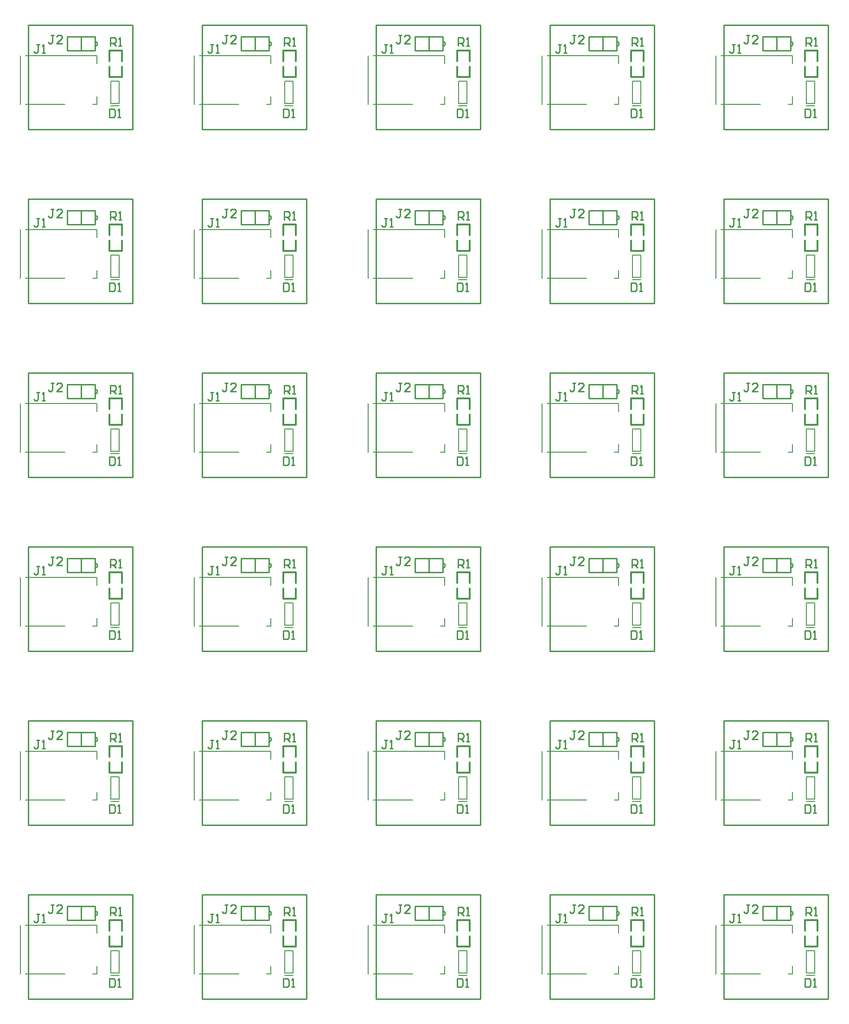
<source format=gto>
G04*
G04 #@! TF.GenerationSoftware,Altium Limited,Altium Designer,20.0.13 (296)*
G04*
G04 Layer_Color=65535*
%FSLAX25Y25*%
%MOIN*%
G70*
G01*
G75*
%ADD12C,0.01000*%
%ADD18C,0.00800*%
%ADD19C,0.00500*%
%ADD20C,0.01200*%
D12*
X48000Y59732D02*
G03*
X48000Y63268I0J1768D01*
G01*
X28000Y56500D02*
Y66500D01*
X48000Y56500D02*
Y66500D01*
X38000Y56500D02*
Y66500D01*
X28000Y56500D02*
X48000D01*
X28000Y66500D02*
X48000D01*
X18500Y67499D02*
X16501D01*
X17501D01*
Y62501D01*
X16501Y61501D01*
X15501D01*
X14502Y62501D01*
X24498Y61501D02*
X20500D01*
X24498Y65500D01*
Y66499D01*
X23499Y67499D01*
X21499D01*
X20500Y66499D01*
X8000Y60999D02*
X6001D01*
X7000D01*
Y56001D01*
X6001Y55001D01*
X5001D01*
X4001Y56001D01*
X9999Y55001D02*
X11999D01*
X10999D01*
Y60999D01*
X9999Y59999D01*
X58501Y14499D02*
Y8501D01*
X61500D01*
X62500Y9501D01*
Y13499D01*
X61500Y14499D01*
X58501D01*
X64499Y8501D02*
X66499D01*
X65499D01*
Y14499D01*
X64499Y13499D01*
X58900Y60100D02*
Y66098D01*
X61899D01*
X62899Y65098D01*
Y63099D01*
X61899Y62099D01*
X58900D01*
X60899D02*
X62899Y60100D01*
X64898D02*
X66897D01*
X65898D01*
Y66098D01*
X64898Y65098D01*
X173000Y59732D02*
G03*
X173000Y63268I0J1768D01*
G01*
X153000Y56500D02*
Y66500D01*
X173000Y56500D02*
Y66500D01*
X163000Y56500D02*
Y66500D01*
X153000Y56500D02*
X173000D01*
X153000Y66500D02*
X173000D01*
X143500Y67499D02*
X141501D01*
X142501D01*
Y62501D01*
X141501Y61501D01*
X140501D01*
X139502Y62501D01*
X149498Y61501D02*
X145500D01*
X149498Y65500D01*
Y66499D01*
X148499Y67499D01*
X146499D01*
X145500Y66499D01*
X133000Y60999D02*
X131001D01*
X132000D01*
Y56001D01*
X131001Y55001D01*
X130001D01*
X129001Y56001D01*
X134999Y55001D02*
X136999D01*
X135999D01*
Y60999D01*
X134999Y59999D01*
X183501Y14499D02*
Y8501D01*
X186500D01*
X187500Y9501D01*
Y13499D01*
X186500Y14499D01*
X183501D01*
X189499Y8501D02*
X191499D01*
X190499D01*
Y14499D01*
X189499Y13499D01*
X183900Y60100D02*
Y66098D01*
X186899D01*
X187899Y65098D01*
Y63099D01*
X186899Y62099D01*
X183900D01*
X185899D02*
X187899Y60100D01*
X189898D02*
X191897D01*
X190898D01*
Y66098D01*
X189898Y65098D01*
X298000Y59732D02*
G03*
X298000Y63268I0J1768D01*
G01*
X278000Y56500D02*
Y66500D01*
X298000Y56500D02*
Y66500D01*
X288000Y56500D02*
Y66500D01*
X278000Y56500D02*
X298000D01*
X278000Y66500D02*
X298000D01*
X268500Y67499D02*
X266501D01*
X267501D01*
Y62501D01*
X266501Y61501D01*
X265501D01*
X264502Y62501D01*
X274498Y61501D02*
X270500D01*
X274498Y65500D01*
Y66499D01*
X273499Y67499D01*
X271499D01*
X270500Y66499D01*
X258000Y60999D02*
X256001D01*
X257000D01*
Y56001D01*
X256001Y55001D01*
X255001D01*
X254001Y56001D01*
X259999Y55001D02*
X261999D01*
X260999D01*
Y60999D01*
X259999Y59999D01*
X308501Y14499D02*
Y8501D01*
X311500D01*
X312500Y9501D01*
Y13499D01*
X311500Y14499D01*
X308501D01*
X314499Y8501D02*
X316499D01*
X315499D01*
Y14499D01*
X314499Y13499D01*
X308900Y60100D02*
Y66098D01*
X311899D01*
X312899Y65098D01*
Y63099D01*
X311899Y62099D01*
X308900D01*
X310899D02*
X312899Y60100D01*
X314898D02*
X316897D01*
X315898D01*
Y66098D01*
X314898Y65098D01*
X423000Y59732D02*
G03*
X423000Y63268I0J1768D01*
G01*
X403000Y56500D02*
Y66500D01*
X423000Y56500D02*
Y66500D01*
X413000Y56500D02*
Y66500D01*
X403000Y56500D02*
X423000D01*
X403000Y66500D02*
X423000D01*
X393500Y67499D02*
X391501D01*
X392501D01*
Y62501D01*
X391501Y61501D01*
X390501D01*
X389502Y62501D01*
X399498Y61501D02*
X395500D01*
X399498Y65500D01*
Y66499D01*
X398499Y67499D01*
X396499D01*
X395500Y66499D01*
X383000Y60999D02*
X381001D01*
X382000D01*
Y56001D01*
X381001Y55001D01*
X380001D01*
X379001Y56001D01*
X384999Y55001D02*
X386999D01*
X385999D01*
Y60999D01*
X384999Y59999D01*
X433501Y14499D02*
Y8501D01*
X436500D01*
X437500Y9501D01*
Y13499D01*
X436500Y14499D01*
X433501D01*
X439499Y8501D02*
X441499D01*
X440499D01*
Y14499D01*
X439499Y13499D01*
X433900Y60100D02*
Y66098D01*
X436899D01*
X437899Y65098D01*
Y63099D01*
X436899Y62099D01*
X433900D01*
X435899D02*
X437899Y60100D01*
X439898D02*
X441897D01*
X440898D01*
Y66098D01*
X439898Y65098D01*
X548000Y59732D02*
G03*
X548000Y63268I0J1768D01*
G01*
X528000Y56500D02*
Y66500D01*
X548000Y56500D02*
Y66500D01*
X538000Y56500D02*
Y66500D01*
X528000Y56500D02*
X548000D01*
X528000Y66500D02*
X548000D01*
X518500Y67499D02*
X516501D01*
X517501D01*
Y62501D01*
X516501Y61501D01*
X515501D01*
X514502Y62501D01*
X524498Y61501D02*
X520500D01*
X524498Y65500D01*
Y66499D01*
X523499Y67499D01*
X521499D01*
X520500Y66499D01*
X508000Y60999D02*
X506001D01*
X507000D01*
Y56001D01*
X506001Y55001D01*
X505001D01*
X504001Y56001D01*
X509999Y55001D02*
X511999D01*
X510999D01*
Y60999D01*
X509999Y59999D01*
X558501Y14499D02*
Y8501D01*
X561500D01*
X562500Y9501D01*
Y13499D01*
X561500Y14499D01*
X558501D01*
X564499Y8501D02*
X566499D01*
X565499D01*
Y14499D01*
X564499Y13499D01*
X558900Y60100D02*
Y66098D01*
X561899D01*
X562899Y65098D01*
Y63099D01*
X561899Y62099D01*
X558900D01*
X560899D02*
X562899Y60100D01*
X564898D02*
X566897D01*
X565898D01*
Y66098D01*
X564898Y65098D01*
X48000Y184732D02*
G03*
X48000Y188268I0J1768D01*
G01*
X28000Y181500D02*
Y191500D01*
X48000Y181500D02*
Y191500D01*
X38000Y181500D02*
Y191500D01*
X28000Y181500D02*
X48000D01*
X28000Y191500D02*
X48000D01*
X18500Y192499D02*
X16501D01*
X17501D01*
Y187501D01*
X16501Y186501D01*
X15501D01*
X14502Y187501D01*
X24498Y186501D02*
X20500D01*
X24498Y190500D01*
Y191499D01*
X23499Y192499D01*
X21499D01*
X20500Y191499D01*
X8000Y185999D02*
X6001D01*
X7000D01*
Y181001D01*
X6001Y180001D01*
X5001D01*
X4001Y181001D01*
X9999Y180001D02*
X11999D01*
X10999D01*
Y185999D01*
X9999Y184999D01*
X58501Y139499D02*
Y133501D01*
X61500D01*
X62500Y134501D01*
Y138499D01*
X61500Y139499D01*
X58501D01*
X64499Y133501D02*
X66499D01*
X65499D01*
Y139499D01*
X64499Y138499D01*
X58900Y185100D02*
Y191098D01*
X61899D01*
X62899Y190098D01*
Y188099D01*
X61899Y187099D01*
X58900D01*
X60899D02*
X62899Y185100D01*
X64898D02*
X66897D01*
X65898D01*
Y191098D01*
X64898Y190098D01*
X173000Y184732D02*
G03*
X173000Y188268I0J1768D01*
G01*
X153000Y181500D02*
Y191500D01*
X173000Y181500D02*
Y191500D01*
X163000Y181500D02*
Y191500D01*
X153000Y181500D02*
X173000D01*
X153000Y191500D02*
X173000D01*
X143500Y192499D02*
X141501D01*
X142501D01*
Y187501D01*
X141501Y186501D01*
X140501D01*
X139502Y187501D01*
X149498Y186501D02*
X145500D01*
X149498Y190500D01*
Y191499D01*
X148499Y192499D01*
X146499D01*
X145500Y191499D01*
X133000Y185999D02*
X131001D01*
X132000D01*
Y181001D01*
X131001Y180001D01*
X130001D01*
X129001Y181001D01*
X134999Y180001D02*
X136999D01*
X135999D01*
Y185999D01*
X134999Y184999D01*
X183501Y139499D02*
Y133501D01*
X186500D01*
X187500Y134501D01*
Y138499D01*
X186500Y139499D01*
X183501D01*
X189499Y133501D02*
X191499D01*
X190499D01*
Y139499D01*
X189499Y138499D01*
X183900Y185100D02*
Y191098D01*
X186899D01*
X187899Y190098D01*
Y188099D01*
X186899Y187099D01*
X183900D01*
X185899D02*
X187899Y185100D01*
X189898D02*
X191897D01*
X190898D01*
Y191098D01*
X189898Y190098D01*
X298000Y184732D02*
G03*
X298000Y188268I0J1768D01*
G01*
X278000Y181500D02*
Y191500D01*
X298000Y181500D02*
Y191500D01*
X288000Y181500D02*
Y191500D01*
X278000Y181500D02*
X298000D01*
X278000Y191500D02*
X298000D01*
X268500Y192499D02*
X266501D01*
X267501D01*
Y187501D01*
X266501Y186501D01*
X265501D01*
X264502Y187501D01*
X274498Y186501D02*
X270500D01*
X274498Y190500D01*
Y191499D01*
X273499Y192499D01*
X271499D01*
X270500Y191499D01*
X258000Y185999D02*
X256001D01*
X257000D01*
Y181001D01*
X256001Y180001D01*
X255001D01*
X254001Y181001D01*
X259999Y180001D02*
X261999D01*
X260999D01*
Y185999D01*
X259999Y184999D01*
X308501Y139499D02*
Y133501D01*
X311500D01*
X312500Y134501D01*
Y138499D01*
X311500Y139499D01*
X308501D01*
X314499Y133501D02*
X316499D01*
X315499D01*
Y139499D01*
X314499Y138499D01*
X308900Y185100D02*
Y191098D01*
X311899D01*
X312899Y190098D01*
Y188099D01*
X311899Y187099D01*
X308900D01*
X310899D02*
X312899Y185100D01*
X314898D02*
X316897D01*
X315898D01*
Y191098D01*
X314898Y190098D01*
X423000Y184732D02*
G03*
X423000Y188268I0J1768D01*
G01*
X403000Y181500D02*
Y191500D01*
X423000Y181500D02*
Y191500D01*
X413000Y181500D02*
Y191500D01*
X403000Y181500D02*
X423000D01*
X403000Y191500D02*
X423000D01*
X393500Y192499D02*
X391501D01*
X392501D01*
Y187501D01*
X391501Y186501D01*
X390501D01*
X389502Y187501D01*
X399498Y186501D02*
X395500D01*
X399498Y190500D01*
Y191499D01*
X398499Y192499D01*
X396499D01*
X395500Y191499D01*
X383000Y185999D02*
X381001D01*
X382000D01*
Y181001D01*
X381001Y180001D01*
X380001D01*
X379001Y181001D01*
X384999Y180001D02*
X386999D01*
X385999D01*
Y185999D01*
X384999Y184999D01*
X433501Y139499D02*
Y133501D01*
X436500D01*
X437500Y134501D01*
Y138499D01*
X436500Y139499D01*
X433501D01*
X439499Y133501D02*
X441499D01*
X440499D01*
Y139499D01*
X439499Y138499D01*
X433900Y185100D02*
Y191098D01*
X436899D01*
X437899Y190098D01*
Y188099D01*
X436899Y187099D01*
X433900D01*
X435899D02*
X437899Y185100D01*
X439898D02*
X441897D01*
X440898D01*
Y191098D01*
X439898Y190098D01*
X548000Y184732D02*
G03*
X548000Y188268I0J1768D01*
G01*
X528000Y181500D02*
Y191500D01*
X548000Y181500D02*
Y191500D01*
X538000Y181500D02*
Y191500D01*
X528000Y181500D02*
X548000D01*
X528000Y191500D02*
X548000D01*
X518500Y192499D02*
X516501D01*
X517501D01*
Y187501D01*
X516501Y186501D01*
X515501D01*
X514502Y187501D01*
X524498Y186501D02*
X520500D01*
X524498Y190500D01*
Y191499D01*
X523499Y192499D01*
X521499D01*
X520500Y191499D01*
X508000Y185999D02*
X506001D01*
X507000D01*
Y181001D01*
X506001Y180001D01*
X505001D01*
X504001Y181001D01*
X509999Y180001D02*
X511999D01*
X510999D01*
Y185999D01*
X509999Y184999D01*
X558501Y139499D02*
Y133501D01*
X561500D01*
X562500Y134501D01*
Y138499D01*
X561500Y139499D01*
X558501D01*
X564499Y133501D02*
X566499D01*
X565499D01*
Y139499D01*
X564499Y138499D01*
X558900Y185100D02*
Y191098D01*
X561899D01*
X562899Y190098D01*
Y188099D01*
X561899Y187099D01*
X558900D01*
X560899D02*
X562899Y185100D01*
X564898D02*
X566897D01*
X565898D01*
Y191098D01*
X564898Y190098D01*
X48000Y309732D02*
G03*
X48000Y313268I0J1768D01*
G01*
X28000Y306500D02*
Y316500D01*
X48000Y306500D02*
Y316500D01*
X38000Y306500D02*
Y316500D01*
X28000Y306500D02*
X48000D01*
X28000Y316500D02*
X48000D01*
X18500Y317499D02*
X16501D01*
X17501D01*
Y312501D01*
X16501Y311501D01*
X15501D01*
X14502Y312501D01*
X24498Y311501D02*
X20500D01*
X24498Y315500D01*
Y316499D01*
X23499Y317499D01*
X21499D01*
X20500Y316499D01*
X8000Y310999D02*
X6001D01*
X7000D01*
Y306001D01*
X6001Y305001D01*
X5001D01*
X4001Y306001D01*
X9999Y305001D02*
X11999D01*
X10999D01*
Y310999D01*
X9999Y309999D01*
X58501Y264499D02*
Y258501D01*
X61500D01*
X62500Y259501D01*
Y263499D01*
X61500Y264499D01*
X58501D01*
X64499Y258501D02*
X66499D01*
X65499D01*
Y264499D01*
X64499Y263499D01*
X58900Y310100D02*
Y316098D01*
X61899D01*
X62899Y315098D01*
Y313099D01*
X61899Y312099D01*
X58900D01*
X60899D02*
X62899Y310100D01*
X64898D02*
X66897D01*
X65898D01*
Y316098D01*
X64898Y315098D01*
X173000Y309732D02*
G03*
X173000Y313268I0J1768D01*
G01*
X153000Y306500D02*
Y316500D01*
X173000Y306500D02*
Y316500D01*
X163000Y306500D02*
Y316500D01*
X153000Y306500D02*
X173000D01*
X153000Y316500D02*
X173000D01*
X143500Y317499D02*
X141501D01*
X142501D01*
Y312501D01*
X141501Y311501D01*
X140501D01*
X139502Y312501D01*
X149498Y311501D02*
X145500D01*
X149498Y315500D01*
Y316499D01*
X148499Y317499D01*
X146499D01*
X145500Y316499D01*
X133000Y310999D02*
X131001D01*
X132000D01*
Y306001D01*
X131001Y305001D01*
X130001D01*
X129001Y306001D01*
X134999Y305001D02*
X136999D01*
X135999D01*
Y310999D01*
X134999Y309999D01*
X183501Y264499D02*
Y258501D01*
X186500D01*
X187500Y259501D01*
Y263499D01*
X186500Y264499D01*
X183501D01*
X189499Y258501D02*
X191499D01*
X190499D01*
Y264499D01*
X189499Y263499D01*
X183900Y310100D02*
Y316098D01*
X186899D01*
X187899Y315098D01*
Y313099D01*
X186899Y312099D01*
X183900D01*
X185899D02*
X187899Y310100D01*
X189898D02*
X191897D01*
X190898D01*
Y316098D01*
X189898Y315098D01*
X298000Y309732D02*
G03*
X298000Y313268I0J1768D01*
G01*
X278000Y306500D02*
Y316500D01*
X298000Y306500D02*
Y316500D01*
X288000Y306500D02*
Y316500D01*
X278000Y306500D02*
X298000D01*
X278000Y316500D02*
X298000D01*
X268500Y317499D02*
X266501D01*
X267501D01*
Y312501D01*
X266501Y311501D01*
X265501D01*
X264502Y312501D01*
X274498Y311501D02*
X270500D01*
X274498Y315500D01*
Y316499D01*
X273499Y317499D01*
X271499D01*
X270500Y316499D01*
X258000Y310999D02*
X256001D01*
X257000D01*
Y306001D01*
X256001Y305001D01*
X255001D01*
X254001Y306001D01*
X259999Y305001D02*
X261999D01*
X260999D01*
Y310999D01*
X259999Y309999D01*
X308501Y264499D02*
Y258501D01*
X311500D01*
X312500Y259501D01*
Y263499D01*
X311500Y264499D01*
X308501D01*
X314499Y258501D02*
X316499D01*
X315499D01*
Y264499D01*
X314499Y263499D01*
X308900Y310100D02*
Y316098D01*
X311899D01*
X312899Y315098D01*
Y313099D01*
X311899Y312099D01*
X308900D01*
X310899D02*
X312899Y310100D01*
X314898D02*
X316897D01*
X315898D01*
Y316098D01*
X314898Y315098D01*
X423000Y309732D02*
G03*
X423000Y313268I0J1768D01*
G01*
X403000Y306500D02*
Y316500D01*
X423000Y306500D02*
Y316500D01*
X413000Y306500D02*
Y316500D01*
X403000Y306500D02*
X423000D01*
X403000Y316500D02*
X423000D01*
X393500Y317499D02*
X391501D01*
X392501D01*
Y312501D01*
X391501Y311501D01*
X390501D01*
X389502Y312501D01*
X399498Y311501D02*
X395500D01*
X399498Y315500D01*
Y316499D01*
X398499Y317499D01*
X396499D01*
X395500Y316499D01*
X383000Y310999D02*
X381001D01*
X382000D01*
Y306001D01*
X381001Y305001D01*
X380001D01*
X379001Y306001D01*
X384999Y305001D02*
X386999D01*
X385999D01*
Y310999D01*
X384999Y309999D01*
X433501Y264499D02*
Y258501D01*
X436500D01*
X437500Y259501D01*
Y263499D01*
X436500Y264499D01*
X433501D01*
X439499Y258501D02*
X441499D01*
X440499D01*
Y264499D01*
X439499Y263499D01*
X433900Y310100D02*
Y316098D01*
X436899D01*
X437899Y315098D01*
Y313099D01*
X436899Y312099D01*
X433900D01*
X435899D02*
X437899Y310100D01*
X439898D02*
X441897D01*
X440898D01*
Y316098D01*
X439898Y315098D01*
X548000Y309732D02*
G03*
X548000Y313268I0J1768D01*
G01*
X528000Y306500D02*
Y316500D01*
X548000Y306500D02*
Y316500D01*
X538000Y306500D02*
Y316500D01*
X528000Y306500D02*
X548000D01*
X528000Y316500D02*
X548000D01*
X518500Y317499D02*
X516501D01*
X517501D01*
Y312501D01*
X516501Y311501D01*
X515501D01*
X514502Y312501D01*
X524498Y311501D02*
X520500D01*
X524498Y315500D01*
Y316499D01*
X523499Y317499D01*
X521499D01*
X520500Y316499D01*
X508000Y310999D02*
X506001D01*
X507000D01*
Y306001D01*
X506001Y305001D01*
X505001D01*
X504001Y306001D01*
X509999Y305001D02*
X511999D01*
X510999D01*
Y310999D01*
X509999Y309999D01*
X558501Y264499D02*
Y258501D01*
X561500D01*
X562500Y259501D01*
Y263499D01*
X561500Y264499D01*
X558501D01*
X564499Y258501D02*
X566499D01*
X565499D01*
Y264499D01*
X564499Y263499D01*
X558900Y310100D02*
Y316098D01*
X561899D01*
X562899Y315098D01*
Y313099D01*
X561899Y312099D01*
X558900D01*
X560899D02*
X562899Y310100D01*
X564898D02*
X566897D01*
X565898D01*
Y316098D01*
X564898Y315098D01*
X48000Y434732D02*
G03*
X48000Y438268I0J1768D01*
G01*
X28000Y431500D02*
Y441500D01*
X48000Y431500D02*
Y441500D01*
X38000Y431500D02*
Y441500D01*
X28000Y431500D02*
X48000D01*
X28000Y441500D02*
X48000D01*
X18500Y442499D02*
X16501D01*
X17501D01*
Y437501D01*
X16501Y436501D01*
X15501D01*
X14502Y437501D01*
X24498Y436501D02*
X20500D01*
X24498Y440500D01*
Y441499D01*
X23499Y442499D01*
X21499D01*
X20500Y441499D01*
X8000Y435999D02*
X6001D01*
X7000D01*
Y431001D01*
X6001Y430001D01*
X5001D01*
X4001Y431001D01*
X9999Y430001D02*
X11999D01*
X10999D01*
Y435999D01*
X9999Y434999D01*
X58501Y389499D02*
Y383501D01*
X61500D01*
X62500Y384501D01*
Y388499D01*
X61500Y389499D01*
X58501D01*
X64499Y383501D02*
X66499D01*
X65499D01*
Y389499D01*
X64499Y388499D01*
X58900Y435100D02*
Y441098D01*
X61899D01*
X62899Y440098D01*
Y438099D01*
X61899Y437099D01*
X58900D01*
X60899D02*
X62899Y435100D01*
X64898D02*
X66897D01*
X65898D01*
Y441098D01*
X64898Y440098D01*
X173000Y434732D02*
G03*
X173000Y438268I0J1768D01*
G01*
X153000Y431500D02*
Y441500D01*
X173000Y431500D02*
Y441500D01*
X163000Y431500D02*
Y441500D01*
X153000Y431500D02*
X173000D01*
X153000Y441500D02*
X173000D01*
X143500Y442499D02*
X141501D01*
X142501D01*
Y437501D01*
X141501Y436501D01*
X140501D01*
X139502Y437501D01*
X149498Y436501D02*
X145500D01*
X149498Y440500D01*
Y441499D01*
X148499Y442499D01*
X146499D01*
X145500Y441499D01*
X133000Y435999D02*
X131001D01*
X132000D01*
Y431001D01*
X131001Y430001D01*
X130001D01*
X129001Y431001D01*
X134999Y430001D02*
X136999D01*
X135999D01*
Y435999D01*
X134999Y434999D01*
X183501Y389499D02*
Y383501D01*
X186500D01*
X187500Y384501D01*
Y388499D01*
X186500Y389499D01*
X183501D01*
X189499Y383501D02*
X191499D01*
X190499D01*
Y389499D01*
X189499Y388499D01*
X183900Y435100D02*
Y441098D01*
X186899D01*
X187899Y440098D01*
Y438099D01*
X186899Y437099D01*
X183900D01*
X185899D02*
X187899Y435100D01*
X189898D02*
X191897D01*
X190898D01*
Y441098D01*
X189898Y440098D01*
X298000Y434732D02*
G03*
X298000Y438268I0J1768D01*
G01*
X278000Y431500D02*
Y441500D01*
X298000Y431500D02*
Y441500D01*
X288000Y431500D02*
Y441500D01*
X278000Y431500D02*
X298000D01*
X278000Y441500D02*
X298000D01*
X268500Y442499D02*
X266501D01*
X267501D01*
Y437501D01*
X266501Y436501D01*
X265501D01*
X264502Y437501D01*
X274498Y436501D02*
X270500D01*
X274498Y440500D01*
Y441499D01*
X273499Y442499D01*
X271499D01*
X270500Y441499D01*
X258000Y435999D02*
X256001D01*
X257000D01*
Y431001D01*
X256001Y430001D01*
X255001D01*
X254001Y431001D01*
X259999Y430001D02*
X261999D01*
X260999D01*
Y435999D01*
X259999Y434999D01*
X308501Y389499D02*
Y383501D01*
X311500D01*
X312500Y384501D01*
Y388499D01*
X311500Y389499D01*
X308501D01*
X314499Y383501D02*
X316499D01*
X315499D01*
Y389499D01*
X314499Y388499D01*
X308900Y435100D02*
Y441098D01*
X311899D01*
X312899Y440098D01*
Y438099D01*
X311899Y437099D01*
X308900D01*
X310899D02*
X312899Y435100D01*
X314898D02*
X316897D01*
X315898D01*
Y441098D01*
X314898Y440098D01*
X423000Y434732D02*
G03*
X423000Y438268I0J1768D01*
G01*
X403000Y431500D02*
Y441500D01*
X423000Y431500D02*
Y441500D01*
X413000Y431500D02*
Y441500D01*
X403000Y431500D02*
X423000D01*
X403000Y441500D02*
X423000D01*
X393500Y442499D02*
X391501D01*
X392501D01*
Y437501D01*
X391501Y436501D01*
X390501D01*
X389502Y437501D01*
X399498Y436501D02*
X395500D01*
X399498Y440500D01*
Y441499D01*
X398499Y442499D01*
X396499D01*
X395500Y441499D01*
X383000Y435999D02*
X381001D01*
X382000D01*
Y431001D01*
X381001Y430001D01*
X380001D01*
X379001Y431001D01*
X384999Y430001D02*
X386999D01*
X385999D01*
Y435999D01*
X384999Y434999D01*
X433501Y389499D02*
Y383501D01*
X436500D01*
X437500Y384501D01*
Y388499D01*
X436500Y389499D01*
X433501D01*
X439499Y383501D02*
X441499D01*
X440499D01*
Y389499D01*
X439499Y388499D01*
X433900Y435100D02*
Y441098D01*
X436899D01*
X437899Y440098D01*
Y438099D01*
X436899Y437099D01*
X433900D01*
X435899D02*
X437899Y435100D01*
X439898D02*
X441897D01*
X440898D01*
Y441098D01*
X439898Y440098D01*
X548000Y434732D02*
G03*
X548000Y438268I0J1768D01*
G01*
X528000Y431500D02*
Y441500D01*
X548000Y431500D02*
Y441500D01*
X538000Y431500D02*
Y441500D01*
X528000Y431500D02*
X548000D01*
X528000Y441500D02*
X548000D01*
X518500Y442499D02*
X516501D01*
X517501D01*
Y437501D01*
X516501Y436501D01*
X515501D01*
X514502Y437501D01*
X524498Y436501D02*
X520500D01*
X524498Y440500D01*
Y441499D01*
X523499Y442499D01*
X521499D01*
X520500Y441499D01*
X508000Y435999D02*
X506001D01*
X507000D01*
Y431001D01*
X506001Y430001D01*
X505001D01*
X504001Y431001D01*
X509999Y430001D02*
X511999D01*
X510999D01*
Y435999D01*
X509999Y434999D01*
X558501Y389499D02*
Y383501D01*
X561500D01*
X562500Y384501D01*
Y388499D01*
X561500Y389499D01*
X558501D01*
X564499Y383501D02*
X566499D01*
X565499D01*
Y389499D01*
X564499Y388499D01*
X558900Y435100D02*
Y441098D01*
X561899D01*
X562899Y440098D01*
Y438099D01*
X561899Y437099D01*
X558900D01*
X560899D02*
X562899Y435100D01*
X564898D02*
X566897D01*
X565898D01*
Y441098D01*
X564898Y440098D01*
X48000Y559732D02*
G03*
X48000Y563268I0J1768D01*
G01*
X28000Y556500D02*
Y566500D01*
X48000Y556500D02*
Y566500D01*
X38000Y556500D02*
Y566500D01*
X28000Y556500D02*
X48000D01*
X28000Y566500D02*
X48000D01*
X18500Y567499D02*
X16501D01*
X17501D01*
Y562501D01*
X16501Y561501D01*
X15501D01*
X14502Y562501D01*
X24498Y561501D02*
X20500D01*
X24498Y565500D01*
Y566499D01*
X23499Y567499D01*
X21499D01*
X20500Y566499D01*
X8000Y560999D02*
X6001D01*
X7000D01*
Y556001D01*
X6001Y555001D01*
X5001D01*
X4001Y556001D01*
X9999Y555001D02*
X11999D01*
X10999D01*
Y560999D01*
X9999Y559999D01*
X58501Y514499D02*
Y508501D01*
X61500D01*
X62500Y509501D01*
Y513499D01*
X61500Y514499D01*
X58501D01*
X64499Y508501D02*
X66499D01*
X65499D01*
Y514499D01*
X64499Y513499D01*
X58900Y560100D02*
Y566098D01*
X61899D01*
X62899Y565098D01*
Y563099D01*
X61899Y562099D01*
X58900D01*
X60899D02*
X62899Y560100D01*
X64898D02*
X66897D01*
X65898D01*
Y566098D01*
X64898Y565098D01*
X173000Y559732D02*
G03*
X173000Y563268I0J1768D01*
G01*
X153000Y556500D02*
Y566500D01*
X173000Y556500D02*
Y566500D01*
X163000Y556500D02*
Y566500D01*
X153000Y556500D02*
X173000D01*
X153000Y566500D02*
X173000D01*
X143500Y567499D02*
X141501D01*
X142501D01*
Y562501D01*
X141501Y561501D01*
X140501D01*
X139502Y562501D01*
X149498Y561501D02*
X145500D01*
X149498Y565500D01*
Y566499D01*
X148499Y567499D01*
X146499D01*
X145500Y566499D01*
X133000Y560999D02*
X131001D01*
X132000D01*
Y556001D01*
X131001Y555001D01*
X130001D01*
X129001Y556001D01*
X134999Y555001D02*
X136999D01*
X135999D01*
Y560999D01*
X134999Y559999D01*
X183501Y514499D02*
Y508501D01*
X186500D01*
X187500Y509501D01*
Y513499D01*
X186500Y514499D01*
X183501D01*
X189499Y508501D02*
X191499D01*
X190499D01*
Y514499D01*
X189499Y513499D01*
X183900Y560100D02*
Y566098D01*
X186899D01*
X187899Y565098D01*
Y563099D01*
X186899Y562099D01*
X183900D01*
X185899D02*
X187899Y560100D01*
X189898D02*
X191897D01*
X190898D01*
Y566098D01*
X189898Y565098D01*
X298000Y559732D02*
G03*
X298000Y563268I0J1768D01*
G01*
X278000Y556500D02*
Y566500D01*
X298000Y556500D02*
Y566500D01*
X288000Y556500D02*
Y566500D01*
X278000Y556500D02*
X298000D01*
X278000Y566500D02*
X298000D01*
X268500Y567499D02*
X266501D01*
X267501D01*
Y562501D01*
X266501Y561501D01*
X265501D01*
X264502Y562501D01*
X274498Y561501D02*
X270500D01*
X274498Y565500D01*
Y566499D01*
X273499Y567499D01*
X271499D01*
X270500Y566499D01*
X258000Y560999D02*
X256001D01*
X257000D01*
Y556001D01*
X256001Y555001D01*
X255001D01*
X254001Y556001D01*
X259999Y555001D02*
X261999D01*
X260999D01*
Y560999D01*
X259999Y559999D01*
X308501Y514499D02*
Y508501D01*
X311500D01*
X312500Y509501D01*
Y513499D01*
X311500Y514499D01*
X308501D01*
X314499Y508501D02*
X316499D01*
X315499D01*
Y514499D01*
X314499Y513499D01*
X308900Y560100D02*
Y566098D01*
X311899D01*
X312899Y565098D01*
Y563099D01*
X311899Y562099D01*
X308900D01*
X310899D02*
X312899Y560100D01*
X314898D02*
X316897D01*
X315898D01*
Y566098D01*
X314898Y565098D01*
X423000Y559732D02*
G03*
X423000Y563268I0J1768D01*
G01*
X403000Y556500D02*
Y566500D01*
X423000Y556500D02*
Y566500D01*
X413000Y556500D02*
Y566500D01*
X403000Y556500D02*
X423000D01*
X403000Y566500D02*
X423000D01*
X393500Y567499D02*
X391501D01*
X392501D01*
Y562501D01*
X391501Y561501D01*
X390501D01*
X389502Y562501D01*
X399498Y561501D02*
X395500D01*
X399498Y565500D01*
Y566499D01*
X398499Y567499D01*
X396499D01*
X395500Y566499D01*
X383000Y560999D02*
X381001D01*
X382000D01*
Y556001D01*
X381001Y555001D01*
X380001D01*
X379001Y556001D01*
X384999Y555001D02*
X386999D01*
X385999D01*
Y560999D01*
X384999Y559999D01*
X433501Y514499D02*
Y508501D01*
X436500D01*
X437500Y509501D01*
Y513499D01*
X436500Y514499D01*
X433501D01*
X439499Y508501D02*
X441499D01*
X440499D01*
Y514499D01*
X439499Y513499D01*
X433900Y560100D02*
Y566098D01*
X436899D01*
X437899Y565098D01*
Y563099D01*
X436899Y562099D01*
X433900D01*
X435899D02*
X437899Y560100D01*
X439898D02*
X441897D01*
X440898D01*
Y566098D01*
X439898Y565098D01*
X548000Y559732D02*
G03*
X548000Y563268I0J1768D01*
G01*
X528000Y556500D02*
Y566500D01*
X548000Y556500D02*
Y566500D01*
X538000Y556500D02*
Y566500D01*
X528000Y556500D02*
X548000D01*
X528000Y566500D02*
X548000D01*
X518500Y567499D02*
X516501D01*
X517501D01*
Y562501D01*
X516501Y561501D01*
X515501D01*
X514502Y562501D01*
X524498Y561501D02*
X520500D01*
X524498Y565500D01*
Y566499D01*
X523499Y567499D01*
X521499D01*
X520500Y566499D01*
X508000Y560999D02*
X506001D01*
X507000D01*
Y556001D01*
X506001Y555001D01*
X505001D01*
X504001Y556001D01*
X509999Y555001D02*
X511999D01*
X510999D01*
Y560999D01*
X509999Y559999D01*
X558501Y514499D02*
Y508501D01*
X561500D01*
X562500Y509501D01*
Y513499D01*
X561500Y514499D01*
X558501D01*
X564499Y508501D02*
X566499D01*
X565499D01*
Y514499D01*
X564499Y513499D01*
X558900Y560100D02*
Y566098D01*
X561899D01*
X562899Y565098D01*
Y563099D01*
X561899Y562099D01*
X558900D01*
X560899D02*
X562899Y560100D01*
X564898D02*
X566897D01*
X565898D01*
Y566098D01*
X564898Y565098D01*
X48000Y684732D02*
G03*
X48000Y688268I0J1768D01*
G01*
X28000Y681500D02*
Y691500D01*
X48000Y681500D02*
Y691500D01*
X38000Y681500D02*
Y691500D01*
X28000Y681500D02*
X48000D01*
X28000Y691500D02*
X48000D01*
X18500Y692499D02*
X16501D01*
X17501D01*
Y687501D01*
X16501Y686501D01*
X15501D01*
X14502Y687501D01*
X24498Y686501D02*
X20500D01*
X24498Y690500D01*
Y691499D01*
X23499Y692499D01*
X21499D01*
X20500Y691499D01*
X8000Y685999D02*
X6001D01*
X7000D01*
Y681001D01*
X6001Y680001D01*
X5001D01*
X4001Y681001D01*
X9999Y680001D02*
X11999D01*
X10999D01*
Y685999D01*
X9999Y684999D01*
X58501Y639499D02*
Y633501D01*
X61500D01*
X62500Y634501D01*
Y638499D01*
X61500Y639499D01*
X58501D01*
X64499Y633501D02*
X66499D01*
X65499D01*
Y639499D01*
X64499Y638499D01*
X58900Y685100D02*
Y691098D01*
X61899D01*
X62899Y690098D01*
Y688099D01*
X61899Y687099D01*
X58900D01*
X60899D02*
X62899Y685100D01*
X64898D02*
X66897D01*
X65898D01*
Y691098D01*
X64898Y690098D01*
X173000Y684732D02*
G03*
X173000Y688268I0J1768D01*
G01*
X153000Y681500D02*
Y691500D01*
X173000Y681500D02*
Y691500D01*
X163000Y681500D02*
Y691500D01*
X153000Y681500D02*
X173000D01*
X153000Y691500D02*
X173000D01*
X143500Y692499D02*
X141501D01*
X142501D01*
Y687501D01*
X141501Y686501D01*
X140501D01*
X139502Y687501D01*
X149498Y686501D02*
X145500D01*
X149498Y690500D01*
Y691499D01*
X148499Y692499D01*
X146499D01*
X145500Y691499D01*
X133000Y685999D02*
X131001D01*
X132000D01*
Y681001D01*
X131001Y680001D01*
X130001D01*
X129001Y681001D01*
X134999Y680001D02*
X136999D01*
X135999D01*
Y685999D01*
X134999Y684999D01*
X183501Y639499D02*
Y633501D01*
X186500D01*
X187500Y634501D01*
Y638499D01*
X186500Y639499D01*
X183501D01*
X189499Y633501D02*
X191499D01*
X190499D01*
Y639499D01*
X189499Y638499D01*
X183900Y685100D02*
Y691098D01*
X186899D01*
X187899Y690098D01*
Y688099D01*
X186899Y687099D01*
X183900D01*
X185899D02*
X187899Y685100D01*
X189898D02*
X191897D01*
X190898D01*
Y691098D01*
X189898Y690098D01*
X298000Y684732D02*
G03*
X298000Y688268I0J1768D01*
G01*
X278000Y681500D02*
Y691500D01*
X298000Y681500D02*
Y691500D01*
X288000Y681500D02*
Y691500D01*
X278000Y681500D02*
X298000D01*
X278000Y691500D02*
X298000D01*
X268500Y692499D02*
X266501D01*
X267501D01*
Y687501D01*
X266501Y686501D01*
X265501D01*
X264502Y687501D01*
X274498Y686501D02*
X270500D01*
X274498Y690500D01*
Y691499D01*
X273499Y692499D01*
X271499D01*
X270500Y691499D01*
X258000Y685999D02*
X256001D01*
X257000D01*
Y681001D01*
X256001Y680001D01*
X255001D01*
X254001Y681001D01*
X259999Y680001D02*
X261999D01*
X260999D01*
Y685999D01*
X259999Y684999D01*
X308501Y639499D02*
Y633501D01*
X311500D01*
X312500Y634501D01*
Y638499D01*
X311500Y639499D01*
X308501D01*
X314499Y633501D02*
X316499D01*
X315499D01*
Y639499D01*
X314499Y638499D01*
X308900Y685100D02*
Y691098D01*
X311899D01*
X312899Y690098D01*
Y688099D01*
X311899Y687099D01*
X308900D01*
X310899D02*
X312899Y685100D01*
X314898D02*
X316897D01*
X315898D01*
Y691098D01*
X314898Y690098D01*
X423000Y684732D02*
G03*
X423000Y688268I0J1768D01*
G01*
X403000Y681500D02*
Y691500D01*
X423000Y681500D02*
Y691500D01*
X413000Y681500D02*
Y691500D01*
X403000Y681500D02*
X423000D01*
X403000Y691500D02*
X423000D01*
X393500Y692499D02*
X391501D01*
X392501D01*
Y687501D01*
X391501Y686501D01*
X390501D01*
X389502Y687501D01*
X399498Y686501D02*
X395500D01*
X399498Y690500D01*
Y691499D01*
X398499Y692499D01*
X396499D01*
X395500Y691499D01*
X383000Y685999D02*
X381001D01*
X382000D01*
Y681001D01*
X381001Y680001D01*
X380001D01*
X379001Y681001D01*
X384999Y680001D02*
X386999D01*
X385999D01*
Y685999D01*
X384999Y684999D01*
X433501Y639499D02*
Y633501D01*
X436500D01*
X437500Y634501D01*
Y638499D01*
X436500Y639499D01*
X433501D01*
X439499Y633501D02*
X441499D01*
X440499D01*
Y639499D01*
X439499Y638499D01*
X433900Y685100D02*
Y691098D01*
X436899D01*
X437899Y690098D01*
Y688099D01*
X436899Y687099D01*
X433900D01*
X435899D02*
X437899Y685100D01*
X439898D02*
X441897D01*
X440898D01*
Y691098D01*
X439898Y690098D01*
X548000Y684732D02*
G03*
X548000Y688268I0J1768D01*
G01*
X528000Y681500D02*
Y691500D01*
X548000Y681500D02*
Y691500D01*
X538000Y681500D02*
Y691500D01*
X528000Y681500D02*
X548000D01*
X528000Y691500D02*
X548000D01*
X518500Y692499D02*
X516501D01*
X517501D01*
Y687501D01*
X516501Y686501D01*
X515501D01*
X514502Y687501D01*
X524498Y686501D02*
X520500D01*
X524498Y690500D01*
Y691499D01*
X523499Y692499D01*
X521499D01*
X520500Y691499D01*
X508000Y685999D02*
X506001D01*
X507000D01*
Y681001D01*
X506001Y680001D01*
X505001D01*
X504001Y681001D01*
X509999Y680001D02*
X511999D01*
X510999D01*
Y685999D01*
X509999Y684999D01*
X558501Y639499D02*
Y633501D01*
X561500D01*
X562500Y634501D01*
Y638499D01*
X561500Y639499D01*
X558501D01*
X564499Y633501D02*
X566499D01*
X565499D01*
Y639499D01*
X564499Y638499D01*
X558900Y685100D02*
Y691098D01*
X561899D01*
X562899Y690098D01*
Y688099D01*
X561899Y687099D01*
X558900D01*
X560899D02*
X562899Y685100D01*
X564898D02*
X566897D01*
X565898D01*
Y691098D01*
X564898Y690098D01*
X0Y0D02*
Y75000D01*
X75000D01*
Y0D02*
Y75000D01*
X0Y0D02*
X75000D01*
X125000D02*
Y75000D01*
X200000D01*
Y0D02*
Y75000D01*
X125000Y0D02*
X200000D01*
X250000D02*
Y75000D01*
X325000D01*
Y0D02*
Y75000D01*
X250000Y0D02*
X325000D01*
X375000D02*
Y75000D01*
X450000D01*
Y0D02*
Y75000D01*
X375000Y0D02*
X450000D01*
X500000D02*
Y75000D01*
X575000D01*
Y0D02*
Y75000D01*
X500000Y0D02*
X575000D01*
X0Y125000D02*
Y200000D01*
X75000D01*
Y125000D02*
Y200000D01*
X0Y125000D02*
X75000D01*
X125000D02*
Y200000D01*
X200000D01*
Y125000D02*
Y200000D01*
X125000Y125000D02*
X200000D01*
X250000D02*
Y200000D01*
X325000D01*
Y125000D02*
Y200000D01*
X250000Y125000D02*
X325000D01*
X375000D02*
Y200000D01*
X450000D01*
Y125000D02*
Y200000D01*
X375000Y125000D02*
X450000D01*
X500000D02*
Y200000D01*
X575000D01*
Y125000D02*
Y200000D01*
X500000Y125000D02*
X575000D01*
X0Y250000D02*
Y325000D01*
X75000D01*
Y250000D02*
Y325000D01*
X0Y250000D02*
X75000D01*
X125000D02*
Y325000D01*
X200000D01*
Y250000D02*
Y325000D01*
X125000Y250000D02*
X200000D01*
X250000D02*
Y325000D01*
X325000D01*
Y250000D02*
Y325000D01*
X250000Y250000D02*
X325000D01*
X375000D02*
Y325000D01*
X450000D01*
Y250000D02*
Y325000D01*
X375000Y250000D02*
X450000D01*
X500000D02*
Y325000D01*
X575000D01*
Y250000D02*
Y325000D01*
X500000Y250000D02*
X575000D01*
X0Y375000D02*
Y450000D01*
X75000D01*
Y375000D02*
Y450000D01*
X0Y375000D02*
X75000D01*
X125000D02*
Y450000D01*
X200000D01*
Y375000D02*
Y450000D01*
X125000Y375000D02*
X200000D01*
X250000D02*
Y450000D01*
X325000D01*
Y375000D02*
Y450000D01*
X250000Y375000D02*
X325000D01*
X375000D02*
Y450000D01*
X450000D01*
Y375000D02*
Y450000D01*
X375000Y375000D02*
X450000D01*
X500000D02*
Y450000D01*
X575000D01*
Y375000D02*
Y450000D01*
X500000Y375000D02*
X575000D01*
X0Y500000D02*
Y575000D01*
X75000D01*
Y500000D02*
Y575000D01*
X0Y500000D02*
X75000D01*
X125000D02*
Y575000D01*
X200000D01*
Y500000D02*
Y575000D01*
X125000Y500000D02*
X200000D01*
X250000D02*
Y575000D01*
X325000D01*
Y500000D02*
Y575000D01*
X250000Y500000D02*
X325000D01*
X375000D02*
Y575000D01*
X450000D01*
Y500000D02*
Y575000D01*
X375000Y500000D02*
X450000D01*
X500000D02*
Y575000D01*
X575000D01*
Y500000D02*
Y575000D01*
X500000Y500000D02*
X575000D01*
X0Y625000D02*
Y700000D01*
X75000D01*
Y625000D02*
Y700000D01*
X0Y625000D02*
X75000D01*
X125000D02*
Y700000D01*
X200000D01*
Y625000D02*
Y700000D01*
X125000Y625000D02*
X200000D01*
X250000D02*
Y700000D01*
X325000D01*
Y625000D02*
Y700000D01*
X250000Y625000D02*
X325000D01*
X375000D02*
Y700000D01*
X450000D01*
Y625000D02*
Y700000D01*
X375000Y625000D02*
X450000D01*
X500000D02*
Y700000D01*
X575000D01*
Y625000D02*
Y700000D01*
X500000Y625000D02*
X575000D01*
D18*
X-1900Y18000D02*
X26500D01*
X-1900Y53000D02*
X49500D01*
Y47213D02*
Y53000D01*
X46500Y18000D02*
X49500D01*
Y23787D01*
X59500Y17000D02*
X65500D01*
X59500Y34500D02*
X65500D01*
X59500Y18500D02*
Y34500D01*
Y18500D02*
X65500D01*
Y34500D01*
X123100Y18000D02*
X151500D01*
X123100Y53000D02*
X174500D01*
Y47213D02*
Y53000D01*
X171500Y18000D02*
X174500D01*
Y23787D01*
X184500Y17000D02*
X190500D01*
X184500Y34500D02*
X190500D01*
X184500Y18500D02*
Y34500D01*
Y18500D02*
X190500D01*
Y34500D01*
X248100Y18000D02*
X276500D01*
X248100Y53000D02*
X299500D01*
Y47213D02*
Y53000D01*
X296500Y18000D02*
X299500D01*
Y23787D01*
X309500Y17000D02*
X315500D01*
X309500Y34500D02*
X315500D01*
X309500Y18500D02*
Y34500D01*
Y18500D02*
X315500D01*
Y34500D01*
X373100Y18000D02*
X401500D01*
X373100Y53000D02*
X424500D01*
Y47213D02*
Y53000D01*
X421500Y18000D02*
X424500D01*
Y23787D01*
X434500Y17000D02*
X440500D01*
X434500Y34500D02*
X440500D01*
X434500Y18500D02*
Y34500D01*
Y18500D02*
X440500D01*
Y34500D01*
X498100Y18000D02*
X526500D01*
X498100Y53000D02*
X549500D01*
Y47213D02*
Y53000D01*
X546500Y18000D02*
X549500D01*
Y23787D01*
X559500Y17000D02*
X565500D01*
X559500Y34500D02*
X565500D01*
X559500Y18500D02*
Y34500D01*
Y18500D02*
X565500D01*
Y34500D01*
X-1900Y143000D02*
X26500D01*
X-1900Y178000D02*
X49500D01*
Y172213D02*
Y178000D01*
X46500Y143000D02*
X49500D01*
Y148787D01*
X59500Y142000D02*
X65500D01*
X59500Y159500D02*
X65500D01*
X59500Y143500D02*
Y159500D01*
Y143500D02*
X65500D01*
Y159500D01*
X123100Y143000D02*
X151500D01*
X123100Y178000D02*
X174500D01*
Y172213D02*
Y178000D01*
X171500Y143000D02*
X174500D01*
Y148787D01*
X184500Y142000D02*
X190500D01*
X184500Y159500D02*
X190500D01*
X184500Y143500D02*
Y159500D01*
Y143500D02*
X190500D01*
Y159500D01*
X248100Y143000D02*
X276500D01*
X248100Y178000D02*
X299500D01*
Y172213D02*
Y178000D01*
X296500Y143000D02*
X299500D01*
Y148787D01*
X309500Y142000D02*
X315500D01*
X309500Y159500D02*
X315500D01*
X309500Y143500D02*
Y159500D01*
Y143500D02*
X315500D01*
Y159500D01*
X373100Y143000D02*
X401500D01*
X373100Y178000D02*
X424500D01*
Y172213D02*
Y178000D01*
X421500Y143000D02*
X424500D01*
Y148787D01*
X434500Y142000D02*
X440500D01*
X434500Y159500D02*
X440500D01*
X434500Y143500D02*
Y159500D01*
Y143500D02*
X440500D01*
Y159500D01*
X498100Y143000D02*
X526500D01*
X498100Y178000D02*
X549500D01*
Y172213D02*
Y178000D01*
X546500Y143000D02*
X549500D01*
Y148787D01*
X559500Y142000D02*
X565500D01*
X559500Y159500D02*
X565500D01*
X559500Y143500D02*
Y159500D01*
Y143500D02*
X565500D01*
Y159500D01*
X-1900Y268000D02*
X26500D01*
X-1900Y303000D02*
X49500D01*
Y297213D02*
Y303000D01*
X46500Y268000D02*
X49500D01*
Y273787D01*
X59500Y267000D02*
X65500D01*
X59500Y284500D02*
X65500D01*
X59500Y268500D02*
Y284500D01*
Y268500D02*
X65500D01*
Y284500D01*
X123100Y268000D02*
X151500D01*
X123100Y303000D02*
X174500D01*
Y297213D02*
Y303000D01*
X171500Y268000D02*
X174500D01*
Y273787D01*
X184500Y267000D02*
X190500D01*
X184500Y284500D02*
X190500D01*
X184500Y268500D02*
Y284500D01*
Y268500D02*
X190500D01*
Y284500D01*
X248100Y268000D02*
X276500D01*
X248100Y303000D02*
X299500D01*
Y297213D02*
Y303000D01*
X296500Y268000D02*
X299500D01*
Y273787D01*
X309500Y267000D02*
X315500D01*
X309500Y284500D02*
X315500D01*
X309500Y268500D02*
Y284500D01*
Y268500D02*
X315500D01*
Y284500D01*
X373100Y268000D02*
X401500D01*
X373100Y303000D02*
X424500D01*
Y297213D02*
Y303000D01*
X421500Y268000D02*
X424500D01*
Y273787D01*
X434500Y267000D02*
X440500D01*
X434500Y284500D02*
X440500D01*
X434500Y268500D02*
Y284500D01*
Y268500D02*
X440500D01*
Y284500D01*
X498100Y268000D02*
X526500D01*
X498100Y303000D02*
X549500D01*
Y297213D02*
Y303000D01*
X546500Y268000D02*
X549500D01*
Y273787D01*
X559500Y267000D02*
X565500D01*
X559500Y284500D02*
X565500D01*
X559500Y268500D02*
Y284500D01*
Y268500D02*
X565500D01*
Y284500D01*
X-1900Y393000D02*
X26500D01*
X-1900Y428000D02*
X49500D01*
Y422213D02*
Y428000D01*
X46500Y393000D02*
X49500D01*
Y398787D01*
X59500Y392000D02*
X65500D01*
X59500Y409500D02*
X65500D01*
X59500Y393500D02*
Y409500D01*
Y393500D02*
X65500D01*
Y409500D01*
X123100Y393000D02*
X151500D01*
X123100Y428000D02*
X174500D01*
Y422213D02*
Y428000D01*
X171500Y393000D02*
X174500D01*
Y398787D01*
X184500Y392000D02*
X190500D01*
X184500Y409500D02*
X190500D01*
X184500Y393500D02*
Y409500D01*
Y393500D02*
X190500D01*
Y409500D01*
X248100Y393000D02*
X276500D01*
X248100Y428000D02*
X299500D01*
Y422213D02*
Y428000D01*
X296500Y393000D02*
X299500D01*
Y398787D01*
X309500Y392000D02*
X315500D01*
X309500Y409500D02*
X315500D01*
X309500Y393500D02*
Y409500D01*
Y393500D02*
X315500D01*
Y409500D01*
X373100Y393000D02*
X401500D01*
X373100Y428000D02*
X424500D01*
Y422213D02*
Y428000D01*
X421500Y393000D02*
X424500D01*
Y398787D01*
X434500Y392000D02*
X440500D01*
X434500Y409500D02*
X440500D01*
X434500Y393500D02*
Y409500D01*
Y393500D02*
X440500D01*
Y409500D01*
X498100Y393000D02*
X526500D01*
X498100Y428000D02*
X549500D01*
Y422213D02*
Y428000D01*
X546500Y393000D02*
X549500D01*
Y398787D01*
X559500Y392000D02*
X565500D01*
X559500Y409500D02*
X565500D01*
X559500Y393500D02*
Y409500D01*
Y393500D02*
X565500D01*
Y409500D01*
X-1900Y518000D02*
X26500D01*
X-1900Y553000D02*
X49500D01*
Y547213D02*
Y553000D01*
X46500Y518000D02*
X49500D01*
Y523787D01*
X59500Y517000D02*
X65500D01*
X59500Y534500D02*
X65500D01*
X59500Y518500D02*
Y534500D01*
Y518500D02*
X65500D01*
Y534500D01*
X123100Y518000D02*
X151500D01*
X123100Y553000D02*
X174500D01*
Y547213D02*
Y553000D01*
X171500Y518000D02*
X174500D01*
Y523787D01*
X184500Y517000D02*
X190500D01*
X184500Y534500D02*
X190500D01*
X184500Y518500D02*
Y534500D01*
Y518500D02*
X190500D01*
Y534500D01*
X248100Y518000D02*
X276500D01*
X248100Y553000D02*
X299500D01*
Y547213D02*
Y553000D01*
X296500Y518000D02*
X299500D01*
Y523787D01*
X309500Y517000D02*
X315500D01*
X309500Y534500D02*
X315500D01*
X309500Y518500D02*
Y534500D01*
Y518500D02*
X315500D01*
Y534500D01*
X373100Y518000D02*
X401500D01*
X373100Y553000D02*
X424500D01*
Y547213D02*
Y553000D01*
X421500Y518000D02*
X424500D01*
Y523787D01*
X434500Y517000D02*
X440500D01*
X434500Y534500D02*
X440500D01*
X434500Y518500D02*
Y534500D01*
Y518500D02*
X440500D01*
Y534500D01*
X498100Y518000D02*
X526500D01*
X498100Y553000D02*
X549500D01*
Y547213D02*
Y553000D01*
X546500Y518000D02*
X549500D01*
Y523787D01*
X559500Y517000D02*
X565500D01*
X559500Y534500D02*
X565500D01*
X559500Y518500D02*
Y534500D01*
Y518500D02*
X565500D01*
Y534500D01*
X-1900Y643000D02*
X26500D01*
X-1900Y678000D02*
X49500D01*
Y672213D02*
Y678000D01*
X46500Y643000D02*
X49500D01*
Y648787D01*
X59500Y642000D02*
X65500D01*
X59500Y659500D02*
X65500D01*
X59500Y643500D02*
Y659500D01*
Y643500D02*
X65500D01*
Y659500D01*
X123100Y643000D02*
X151500D01*
X123100Y678000D02*
X174500D01*
Y672213D02*
Y678000D01*
X171500Y643000D02*
X174500D01*
Y648787D01*
X184500Y642000D02*
X190500D01*
X184500Y659500D02*
X190500D01*
X184500Y643500D02*
Y659500D01*
Y643500D02*
X190500D01*
Y659500D01*
X248100Y643000D02*
X276500D01*
X248100Y678000D02*
X299500D01*
Y672213D02*
Y678000D01*
X296500Y643000D02*
X299500D01*
Y648787D01*
X309500Y642000D02*
X315500D01*
X309500Y659500D02*
X315500D01*
X309500Y643500D02*
Y659500D01*
Y643500D02*
X315500D01*
Y659500D01*
X373100Y643000D02*
X401500D01*
X373100Y678000D02*
X424500D01*
Y672213D02*
Y678000D01*
X421500Y643000D02*
X424500D01*
Y648787D01*
X434500Y642000D02*
X440500D01*
X434500Y659500D02*
X440500D01*
X434500Y643500D02*
Y659500D01*
Y643500D02*
X440500D01*
Y659500D01*
X498100Y643000D02*
X526500D01*
X498100Y678000D02*
X549500D01*
Y672213D02*
Y678000D01*
X546500Y643000D02*
X549500D01*
Y648787D01*
X559500Y642000D02*
X565500D01*
X559500Y659500D02*
X565500D01*
X559500Y643500D02*
Y659500D01*
Y643500D02*
X565500D01*
Y659500D01*
D19*
X-5500Y18000D02*
Y53000D01*
X500Y21500D02*
Y49500D01*
X119500Y18000D02*
Y53000D01*
X125500Y21500D02*
Y49500D01*
X244500Y18000D02*
Y53000D01*
X250500Y21500D02*
Y49500D01*
X369500Y18000D02*
Y53000D01*
X375500Y21500D02*
Y49500D01*
X494500Y18000D02*
Y53000D01*
X500500Y21500D02*
Y49500D01*
X-5500Y143000D02*
Y178000D01*
X500Y146500D02*
Y174500D01*
X119500Y143000D02*
Y178000D01*
X125500Y146500D02*
Y174500D01*
X244500Y143000D02*
Y178000D01*
X250500Y146500D02*
Y174500D01*
X369500Y143000D02*
Y178000D01*
X375500Y146500D02*
Y174500D01*
X494500Y143000D02*
Y178000D01*
X500500Y146500D02*
Y174500D01*
X-5500Y268000D02*
Y303000D01*
X500Y271500D02*
Y299500D01*
X119500Y268000D02*
Y303000D01*
X125500Y271500D02*
Y299500D01*
X244500Y268000D02*
Y303000D01*
X250500Y271500D02*
Y299500D01*
X369500Y268000D02*
Y303000D01*
X375500Y271500D02*
Y299500D01*
X494500Y268000D02*
Y303000D01*
X500500Y271500D02*
Y299500D01*
X-5500Y393000D02*
Y428000D01*
X500Y396500D02*
Y424500D01*
X119500Y393000D02*
Y428000D01*
X125500Y396500D02*
Y424500D01*
X244500Y393000D02*
Y428000D01*
X250500Y396500D02*
Y424500D01*
X369500Y393000D02*
Y428000D01*
X375500Y396500D02*
Y424500D01*
X494500Y393000D02*
Y428000D01*
X500500Y396500D02*
Y424500D01*
X-5500Y518000D02*
Y553000D01*
X500Y521500D02*
Y549500D01*
X119500Y518000D02*
Y553000D01*
X125500Y521500D02*
Y549500D01*
X244500Y518000D02*
Y553000D01*
X250500Y521500D02*
Y549500D01*
X369500Y518000D02*
Y553000D01*
X375500Y521500D02*
Y549500D01*
X494500Y518000D02*
Y553000D01*
X500500Y521500D02*
Y549500D01*
X-5500Y643000D02*
Y678000D01*
X500Y646500D02*
Y674500D01*
X119500Y643000D02*
Y678000D01*
X125500Y646500D02*
Y674500D01*
X244500Y643000D02*
Y678000D01*
X250500Y646500D02*
Y674500D01*
X369500Y643000D02*
Y678000D01*
X375500Y646500D02*
Y674500D01*
X494500Y643000D02*
Y678000D01*
X500500Y646500D02*
Y674500D01*
D20*
X67500Y49000D02*
Y56500D01*
X58500Y49000D02*
Y56500D01*
Y37500D02*
Y45000D01*
X67500Y37500D02*
Y45000D01*
X58500Y56500D02*
X67500D01*
X58500Y37500D02*
X67500D01*
X192500Y49000D02*
Y56500D01*
X183500Y49000D02*
Y56500D01*
Y37500D02*
Y45000D01*
X192500Y37500D02*
Y45000D01*
X183500Y56500D02*
X192500D01*
X183500Y37500D02*
X192500D01*
X317500Y49000D02*
Y56500D01*
X308500Y49000D02*
Y56500D01*
Y37500D02*
Y45000D01*
X317500Y37500D02*
Y45000D01*
X308500Y56500D02*
X317500D01*
X308500Y37500D02*
X317500D01*
X442500Y49000D02*
Y56500D01*
X433500Y49000D02*
Y56500D01*
Y37500D02*
Y45000D01*
X442500Y37500D02*
Y45000D01*
X433500Y56500D02*
X442500D01*
X433500Y37500D02*
X442500D01*
X567500Y49000D02*
Y56500D01*
X558500Y49000D02*
Y56500D01*
Y37500D02*
Y45000D01*
X567500Y37500D02*
Y45000D01*
X558500Y56500D02*
X567500D01*
X558500Y37500D02*
X567500D01*
X67500Y174000D02*
Y181500D01*
X58500Y174000D02*
Y181500D01*
Y162500D02*
Y170000D01*
X67500Y162500D02*
Y170000D01*
X58500Y181500D02*
X67500D01*
X58500Y162500D02*
X67500D01*
X192500Y174000D02*
Y181500D01*
X183500Y174000D02*
Y181500D01*
Y162500D02*
Y170000D01*
X192500Y162500D02*
Y170000D01*
X183500Y181500D02*
X192500D01*
X183500Y162500D02*
X192500D01*
X317500Y174000D02*
Y181500D01*
X308500Y174000D02*
Y181500D01*
Y162500D02*
Y170000D01*
X317500Y162500D02*
Y170000D01*
X308500Y181500D02*
X317500D01*
X308500Y162500D02*
X317500D01*
X442500Y174000D02*
Y181500D01*
X433500Y174000D02*
Y181500D01*
Y162500D02*
Y170000D01*
X442500Y162500D02*
Y170000D01*
X433500Y181500D02*
X442500D01*
X433500Y162500D02*
X442500D01*
X567500Y174000D02*
Y181500D01*
X558500Y174000D02*
Y181500D01*
Y162500D02*
Y170000D01*
X567500Y162500D02*
Y170000D01*
X558500Y181500D02*
X567500D01*
X558500Y162500D02*
X567500D01*
X67500Y299000D02*
Y306500D01*
X58500Y299000D02*
Y306500D01*
Y287500D02*
Y295000D01*
X67500Y287500D02*
Y295000D01*
X58500Y306500D02*
X67500D01*
X58500Y287500D02*
X67500D01*
X192500Y299000D02*
Y306500D01*
X183500Y299000D02*
Y306500D01*
Y287500D02*
Y295000D01*
X192500Y287500D02*
Y295000D01*
X183500Y306500D02*
X192500D01*
X183500Y287500D02*
X192500D01*
X317500Y299000D02*
Y306500D01*
X308500Y299000D02*
Y306500D01*
Y287500D02*
Y295000D01*
X317500Y287500D02*
Y295000D01*
X308500Y306500D02*
X317500D01*
X308500Y287500D02*
X317500D01*
X442500Y299000D02*
Y306500D01*
X433500Y299000D02*
Y306500D01*
Y287500D02*
Y295000D01*
X442500Y287500D02*
Y295000D01*
X433500Y306500D02*
X442500D01*
X433500Y287500D02*
X442500D01*
X567500Y299000D02*
Y306500D01*
X558500Y299000D02*
Y306500D01*
Y287500D02*
Y295000D01*
X567500Y287500D02*
Y295000D01*
X558500Y306500D02*
X567500D01*
X558500Y287500D02*
X567500D01*
X67500Y424000D02*
Y431500D01*
X58500Y424000D02*
Y431500D01*
Y412500D02*
Y420000D01*
X67500Y412500D02*
Y420000D01*
X58500Y431500D02*
X67500D01*
X58500Y412500D02*
X67500D01*
X192500Y424000D02*
Y431500D01*
X183500Y424000D02*
Y431500D01*
Y412500D02*
Y420000D01*
X192500Y412500D02*
Y420000D01*
X183500Y431500D02*
X192500D01*
X183500Y412500D02*
X192500D01*
X317500Y424000D02*
Y431500D01*
X308500Y424000D02*
Y431500D01*
Y412500D02*
Y420000D01*
X317500Y412500D02*
Y420000D01*
X308500Y431500D02*
X317500D01*
X308500Y412500D02*
X317500D01*
X442500Y424000D02*
Y431500D01*
X433500Y424000D02*
Y431500D01*
Y412500D02*
Y420000D01*
X442500Y412500D02*
Y420000D01*
X433500Y431500D02*
X442500D01*
X433500Y412500D02*
X442500D01*
X567500Y424000D02*
Y431500D01*
X558500Y424000D02*
Y431500D01*
Y412500D02*
Y420000D01*
X567500Y412500D02*
Y420000D01*
X558500Y431500D02*
X567500D01*
X558500Y412500D02*
X567500D01*
X67500Y549000D02*
Y556500D01*
X58500Y549000D02*
Y556500D01*
Y537500D02*
Y545000D01*
X67500Y537500D02*
Y545000D01*
X58500Y556500D02*
X67500D01*
X58500Y537500D02*
X67500D01*
X192500Y549000D02*
Y556500D01*
X183500Y549000D02*
Y556500D01*
Y537500D02*
Y545000D01*
X192500Y537500D02*
Y545000D01*
X183500Y556500D02*
X192500D01*
X183500Y537500D02*
X192500D01*
X317500Y549000D02*
Y556500D01*
X308500Y549000D02*
Y556500D01*
Y537500D02*
Y545000D01*
X317500Y537500D02*
Y545000D01*
X308500Y556500D02*
X317500D01*
X308500Y537500D02*
X317500D01*
X442500Y549000D02*
Y556500D01*
X433500Y549000D02*
Y556500D01*
Y537500D02*
Y545000D01*
X442500Y537500D02*
Y545000D01*
X433500Y556500D02*
X442500D01*
X433500Y537500D02*
X442500D01*
X567500Y549000D02*
Y556500D01*
X558500Y549000D02*
Y556500D01*
Y537500D02*
Y545000D01*
X567500Y537500D02*
Y545000D01*
X558500Y556500D02*
X567500D01*
X558500Y537500D02*
X567500D01*
X67500Y674000D02*
Y681500D01*
X58500Y674000D02*
Y681500D01*
Y662500D02*
Y670000D01*
X67500Y662500D02*
Y670000D01*
X58500Y681500D02*
X67500D01*
X58500Y662500D02*
X67500D01*
X192500Y674000D02*
Y681500D01*
X183500Y674000D02*
Y681500D01*
Y662500D02*
Y670000D01*
X192500Y662500D02*
Y670000D01*
X183500Y681500D02*
X192500D01*
X183500Y662500D02*
X192500D01*
X317500Y674000D02*
Y681500D01*
X308500Y674000D02*
Y681500D01*
Y662500D02*
Y670000D01*
X317500Y662500D02*
Y670000D01*
X308500Y681500D02*
X317500D01*
X308500Y662500D02*
X317500D01*
X442500Y674000D02*
Y681500D01*
X433500Y674000D02*
Y681500D01*
Y662500D02*
Y670000D01*
X442500Y662500D02*
Y670000D01*
X433500Y681500D02*
X442500D01*
X433500Y662500D02*
X442500D01*
X567500Y674000D02*
Y681500D01*
X558500Y674000D02*
Y681500D01*
Y662500D02*
Y670000D01*
X567500Y662500D02*
Y670000D01*
X558500Y681500D02*
X567500D01*
X558500Y662500D02*
X567500D01*
M02*

</source>
